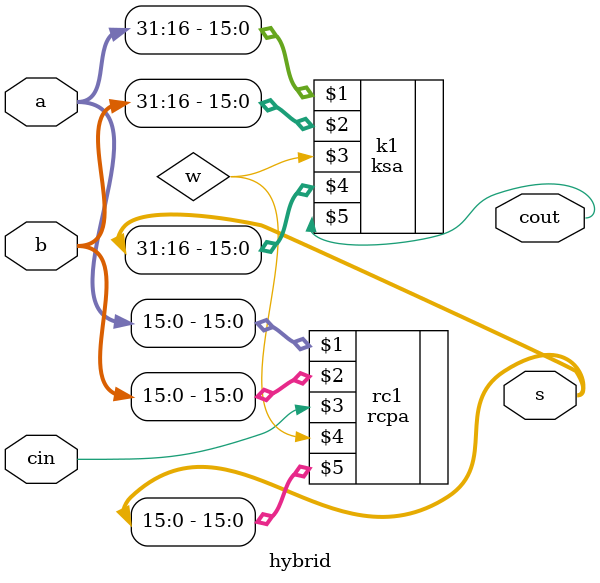
<source format=v>
`timescale 1ns / 1ps
module hybrid(
    input [31:0] a,
    input [31:0] b,
    input cin,
    output [31:0] s,
    output cout
    );
wire w;	 
rcpa rc1(a[15:0],b[15:0],cin,w,s[15:0]);
ksa k1(a[31:16],b[31:16],w,s[31:16],cout);

endmodule

</source>
